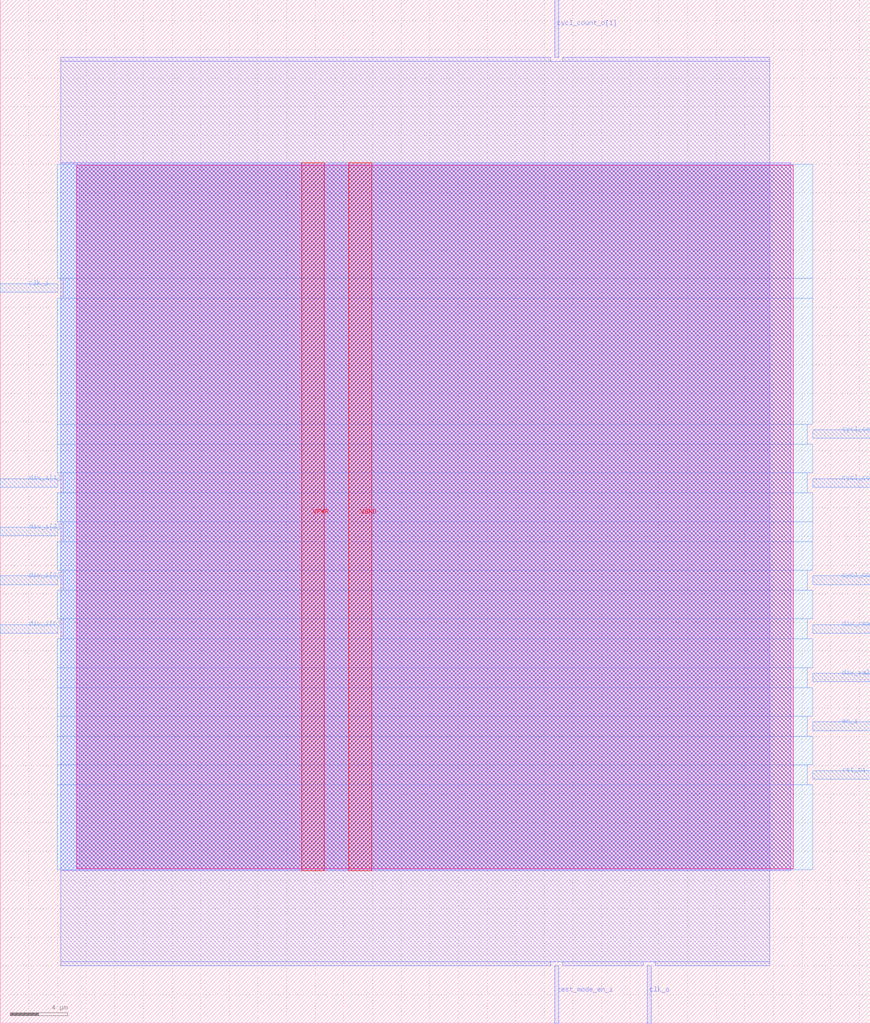
<source format=lef>
VERSION 5.7 ;
  NOWIREEXTENSIONATPIN ON ;
  DIVIDERCHAR "/" ;
  BUSBITCHARS "[]" ;
MACRO clk_int_div
  CLASS BLOCK ;
  FOREIGN clk_int_div ;
  ORIGIN 0.000 0.000 ;
  SIZE 60.760 BY 71.480 ;
  PIN VGND
    DIRECTION INOUT ;
    USE GROUND ;
    PORT
      LAYER met4 ;
        RECT 24.340 10.640 25.940 60.080 ;
    END
  END VGND
  PIN VPWR
    DIRECTION INOUT ;
    USE POWER ;
    PORT
      LAYER met4 ;
        RECT 21.040 10.640 22.640 60.080 ;
    END
  END VPWR
  PIN clk_i
    DIRECTION INPUT ;
    USE SIGNAL ;
    ANTENNAGATEAREA 0.196500 ;
    PORT
      LAYER met3 ;
        RECT 0.000 51.040 4.000 51.640 ;
    END
  END clk_i
  PIN clk_o
    DIRECTION OUTPUT ;
    USE SIGNAL ;
    ANTENNADIFFAREA 0.445500 ;
    PORT
      LAYER met2 ;
        RECT 45.170 0.000 45.450 4.000 ;
    END
  END clk_o
  PIN cycl_count_o[0]
    DIRECTION OUTPUT ;
    USE SIGNAL ;
    ANTENNADIFFAREA 0.445500 ;
    PORT
      LAYER met3 ;
        RECT 56.760 37.440 60.760 38.040 ;
    END
  END cycl_count_o[0]
  PIN cycl_count_o[1]
    DIRECTION OUTPUT ;
    USE SIGNAL ;
    ANTENNADIFFAREA 0.445500 ;
    PORT
      LAYER met2 ;
        RECT 38.730 67.480 39.010 71.480 ;
    END
  END cycl_count_o[1]
  PIN cycl_count_o[2]
    DIRECTION OUTPUT ;
    USE SIGNAL ;
    ANTENNADIFFAREA 0.445500 ;
    PORT
      LAYER met3 ;
        RECT 56.760 40.840 60.760 41.440 ;
    END
  END cycl_count_o[2]
  PIN cycl_count_o[3]
    DIRECTION OUTPUT ;
    USE SIGNAL ;
    ANTENNADIFFAREA 0.445500 ;
    PORT
      LAYER met3 ;
        RECT 56.760 30.640 60.760 31.240 ;
    END
  END cycl_count_o[3]
  PIN div_i[0]
    DIRECTION INPUT ;
    USE SIGNAL ;
    ANTENNAGATEAREA 0.196500 ;
    PORT
      LAYER met3 ;
        RECT 0.000 27.240 4.000 27.840 ;
    END
  END div_i[0]
  PIN div_i[1]
    DIRECTION INPUT ;
    USE SIGNAL ;
    ANTENNAGATEAREA 0.196500 ;
    PORT
      LAYER met3 ;
        RECT 0.000 37.440 4.000 38.040 ;
    END
  END div_i[1]
  PIN div_i[2]
    DIRECTION INPUT ;
    USE SIGNAL ;
    ANTENNAGATEAREA 0.196500 ;
    PORT
      LAYER met3 ;
        RECT 0.000 34.040 4.000 34.640 ;
    END
  END div_i[2]
  PIN div_i[3]
    DIRECTION INPUT ;
    USE SIGNAL ;
    ANTENNAGATEAREA 0.196500 ;
    PORT
      LAYER met3 ;
        RECT 0.000 30.640 4.000 31.240 ;
    END
  END div_i[3]
  PIN div_ready_o
    DIRECTION OUTPUT ;
    USE SIGNAL ;
    ANTENNADIFFAREA 1.336500 ;
    PORT
      LAYER met3 ;
        RECT 56.760 27.240 60.760 27.840 ;
    END
  END div_ready_o
  PIN div_valid_i
    DIRECTION INPUT ;
    USE SIGNAL ;
    ANTENNAGATEAREA 0.196500 ;
    PORT
      LAYER met3 ;
        RECT 56.760 23.840 60.760 24.440 ;
    END
  END div_valid_i
  PIN en_i
    DIRECTION INPUT ;
    USE SIGNAL ;
    ANTENNAGATEAREA 0.196500 ;
    PORT
      LAYER met3 ;
        RECT 56.760 20.440 60.760 21.040 ;
    END
  END en_i
  PIN rst_ni
    DIRECTION INPUT ;
    USE SIGNAL ;
    ANTENNAGATEAREA 0.196500 ;
    PORT
      LAYER met3 ;
        RECT 56.760 17.040 60.760 17.640 ;
    END
  END rst_ni
  PIN test_mode_en_i
    DIRECTION INPUT ;
    USE SIGNAL ;
    ANTENNAGATEAREA 0.196500 ;
    PORT
      LAYER met2 ;
        RECT 38.730 0.000 39.010 4.000 ;
    END
  END test_mode_en_i
  OBS
      LAYER nwell ;
        RECT 5.330 10.795 55.390 59.925 ;
      LAYER li1 ;
        RECT 5.520 10.795 55.200 59.925 ;
      LAYER met1 ;
        RECT 4.210 10.640 55.200 60.080 ;
      LAYER met2 ;
        RECT 4.230 67.200 38.450 67.480 ;
        RECT 39.290 67.200 53.730 67.480 ;
        RECT 4.230 4.280 53.730 67.200 ;
        RECT 4.230 4.000 38.450 4.280 ;
        RECT 39.290 4.000 44.890 4.280 ;
        RECT 45.730 4.000 53.730 4.280 ;
      LAYER met3 ;
        RECT 3.990 52.040 56.760 60.005 ;
        RECT 4.400 50.640 56.760 52.040 ;
        RECT 3.990 41.840 56.760 50.640 ;
        RECT 3.990 40.440 56.360 41.840 ;
        RECT 3.990 38.440 56.760 40.440 ;
        RECT 4.400 37.040 56.360 38.440 ;
        RECT 3.990 35.040 56.760 37.040 ;
        RECT 4.400 33.640 56.760 35.040 ;
        RECT 3.990 31.640 56.760 33.640 ;
        RECT 4.400 30.240 56.360 31.640 ;
        RECT 3.990 28.240 56.760 30.240 ;
        RECT 4.400 26.840 56.360 28.240 ;
        RECT 3.990 24.840 56.760 26.840 ;
        RECT 3.990 23.440 56.360 24.840 ;
        RECT 3.990 21.440 56.760 23.440 ;
        RECT 3.990 20.040 56.360 21.440 ;
        RECT 3.990 18.040 56.760 20.040 ;
        RECT 3.990 16.640 56.360 18.040 ;
        RECT 3.990 10.715 56.760 16.640 ;
  END
END clk_int_div
END LIBRARY


</source>
